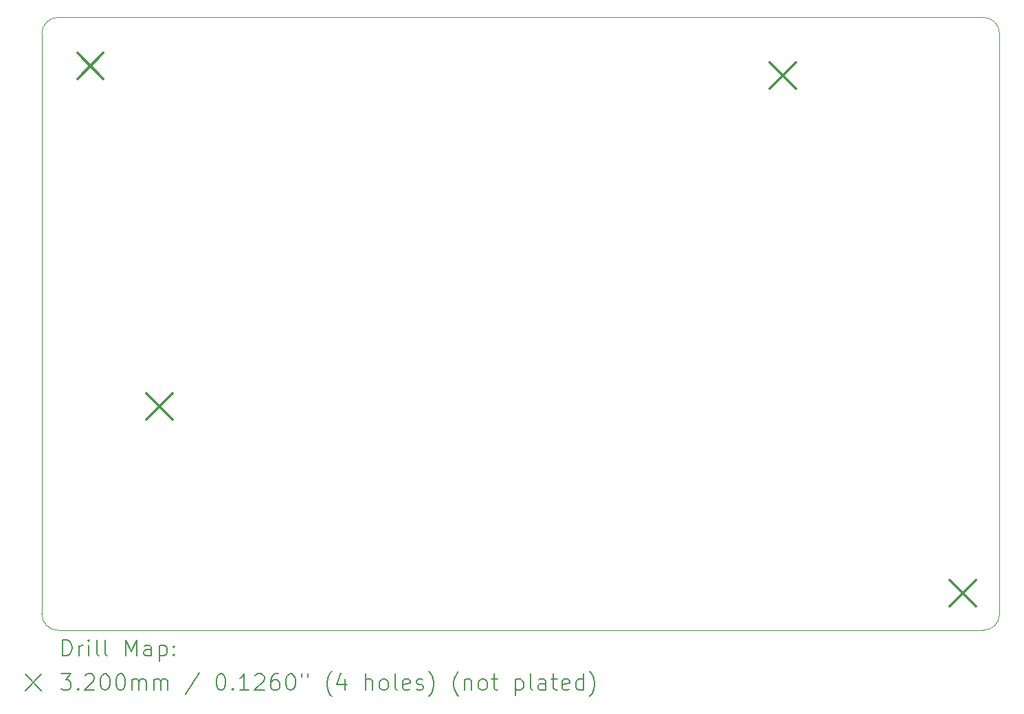
<source format=gbr>
%TF.GenerationSoftware,KiCad,Pcbnew,7.0.10*%
%TF.CreationDate,2024-01-18T23:13:20-08:00*%
%TF.ProjectId,r2dtf dev board rev 1,72326474-6620-4646-9576-20626f617264,rev?*%
%TF.SameCoordinates,Original*%
%TF.FileFunction,Drillmap*%
%TF.FilePolarity,Positive*%
%FSLAX45Y45*%
G04 Gerber Fmt 4.5, Leading zero omitted, Abs format (unit mm)*
G04 Created by KiCad (PCBNEW 7.0.10) date 2024-01-18 23:13:20*
%MOMM*%
%LPD*%
G01*
G04 APERTURE LIST*
%ADD10C,0.100000*%
%ADD11C,0.200000*%
%ADD12C,0.320000*%
G04 APERTURE END LIST*
D10*
X17000000Y-6200000D02*
G75*
G03*
X16800000Y-6000000I-200000J0D01*
G01*
X5401421Y-6000001D02*
G75*
G03*
X5201421Y-6200000I-1J-199999D01*
G01*
X16800000Y-6000000D02*
X5401421Y-6000000D01*
X5401421Y-13558579D02*
X16800000Y-13558579D01*
X17000000Y-13358579D02*
X17000000Y-6200000D01*
X5201421Y-13358579D02*
G75*
G03*
X5401421Y-13558579I199999J-1D01*
G01*
X5201421Y-6200000D02*
X5201421Y-13358579D01*
X16800000Y-13558580D02*
G75*
G03*
X17000000Y-13358579I0J200000D01*
G01*
D11*
D12*
X5640000Y-6440000D02*
X5960000Y-6760000D01*
X5960000Y-6440000D02*
X5640000Y-6760000D01*
X6490000Y-10640000D02*
X6810000Y-10960000D01*
X6810000Y-10640000D02*
X6490000Y-10960000D01*
X14170000Y-6560000D02*
X14490000Y-6880000D01*
X14490000Y-6560000D02*
X14170000Y-6880000D01*
X16390000Y-12940000D02*
X16710000Y-13260000D01*
X16710000Y-12940000D02*
X16390000Y-13260000D01*
D11*
X5457198Y-13875062D02*
X5457198Y-13675062D01*
X5457198Y-13675062D02*
X5504817Y-13675062D01*
X5504817Y-13675062D02*
X5533389Y-13684586D01*
X5533389Y-13684586D02*
X5552436Y-13703634D01*
X5552436Y-13703634D02*
X5561960Y-13722681D01*
X5561960Y-13722681D02*
X5571484Y-13760777D01*
X5571484Y-13760777D02*
X5571484Y-13789348D01*
X5571484Y-13789348D02*
X5561960Y-13827443D01*
X5561960Y-13827443D02*
X5552436Y-13846491D01*
X5552436Y-13846491D02*
X5533389Y-13865539D01*
X5533389Y-13865539D02*
X5504817Y-13875062D01*
X5504817Y-13875062D02*
X5457198Y-13875062D01*
X5657198Y-13875062D02*
X5657198Y-13741729D01*
X5657198Y-13779824D02*
X5666722Y-13760777D01*
X5666722Y-13760777D02*
X5676246Y-13751253D01*
X5676246Y-13751253D02*
X5695293Y-13741729D01*
X5695293Y-13741729D02*
X5714341Y-13741729D01*
X5781008Y-13875062D02*
X5781008Y-13741729D01*
X5781008Y-13675062D02*
X5771484Y-13684586D01*
X5771484Y-13684586D02*
X5781008Y-13694110D01*
X5781008Y-13694110D02*
X5790531Y-13684586D01*
X5790531Y-13684586D02*
X5781008Y-13675062D01*
X5781008Y-13675062D02*
X5781008Y-13694110D01*
X5904817Y-13875062D02*
X5885770Y-13865539D01*
X5885770Y-13865539D02*
X5876246Y-13846491D01*
X5876246Y-13846491D02*
X5876246Y-13675062D01*
X6009579Y-13875062D02*
X5990531Y-13865539D01*
X5990531Y-13865539D02*
X5981008Y-13846491D01*
X5981008Y-13846491D02*
X5981008Y-13675062D01*
X6238151Y-13875062D02*
X6238151Y-13675062D01*
X6238151Y-13675062D02*
X6304817Y-13817919D01*
X6304817Y-13817919D02*
X6371484Y-13675062D01*
X6371484Y-13675062D02*
X6371484Y-13875062D01*
X6552436Y-13875062D02*
X6552436Y-13770300D01*
X6552436Y-13770300D02*
X6542912Y-13751253D01*
X6542912Y-13751253D02*
X6523865Y-13741729D01*
X6523865Y-13741729D02*
X6485770Y-13741729D01*
X6485770Y-13741729D02*
X6466722Y-13751253D01*
X6552436Y-13865539D02*
X6533389Y-13875062D01*
X6533389Y-13875062D02*
X6485770Y-13875062D01*
X6485770Y-13875062D02*
X6466722Y-13865539D01*
X6466722Y-13865539D02*
X6457198Y-13846491D01*
X6457198Y-13846491D02*
X6457198Y-13827443D01*
X6457198Y-13827443D02*
X6466722Y-13808396D01*
X6466722Y-13808396D02*
X6485770Y-13798872D01*
X6485770Y-13798872D02*
X6533389Y-13798872D01*
X6533389Y-13798872D02*
X6552436Y-13789348D01*
X6647674Y-13741729D02*
X6647674Y-13941729D01*
X6647674Y-13751253D02*
X6666722Y-13741729D01*
X6666722Y-13741729D02*
X6704817Y-13741729D01*
X6704817Y-13741729D02*
X6723865Y-13751253D01*
X6723865Y-13751253D02*
X6733389Y-13760777D01*
X6733389Y-13760777D02*
X6742912Y-13779824D01*
X6742912Y-13779824D02*
X6742912Y-13836967D01*
X6742912Y-13836967D02*
X6733389Y-13856015D01*
X6733389Y-13856015D02*
X6723865Y-13865539D01*
X6723865Y-13865539D02*
X6704817Y-13875062D01*
X6704817Y-13875062D02*
X6666722Y-13875062D01*
X6666722Y-13875062D02*
X6647674Y-13865539D01*
X6828627Y-13856015D02*
X6838151Y-13865539D01*
X6838151Y-13865539D02*
X6828627Y-13875062D01*
X6828627Y-13875062D02*
X6819103Y-13865539D01*
X6819103Y-13865539D02*
X6828627Y-13856015D01*
X6828627Y-13856015D02*
X6828627Y-13875062D01*
X6828627Y-13751253D02*
X6838151Y-13760777D01*
X6838151Y-13760777D02*
X6828627Y-13770300D01*
X6828627Y-13770300D02*
X6819103Y-13760777D01*
X6819103Y-13760777D02*
X6828627Y-13751253D01*
X6828627Y-13751253D02*
X6828627Y-13770300D01*
X4996421Y-14103579D02*
X5196421Y-14303579D01*
X5196421Y-14103579D02*
X4996421Y-14303579D01*
X5438151Y-14095062D02*
X5561960Y-14095062D01*
X5561960Y-14095062D02*
X5495293Y-14171253D01*
X5495293Y-14171253D02*
X5523865Y-14171253D01*
X5523865Y-14171253D02*
X5542913Y-14180777D01*
X5542913Y-14180777D02*
X5552436Y-14190300D01*
X5552436Y-14190300D02*
X5561960Y-14209348D01*
X5561960Y-14209348D02*
X5561960Y-14256967D01*
X5561960Y-14256967D02*
X5552436Y-14276015D01*
X5552436Y-14276015D02*
X5542913Y-14285539D01*
X5542913Y-14285539D02*
X5523865Y-14295062D01*
X5523865Y-14295062D02*
X5466722Y-14295062D01*
X5466722Y-14295062D02*
X5447674Y-14285539D01*
X5447674Y-14285539D02*
X5438151Y-14276015D01*
X5647674Y-14276015D02*
X5657198Y-14285539D01*
X5657198Y-14285539D02*
X5647674Y-14295062D01*
X5647674Y-14295062D02*
X5638151Y-14285539D01*
X5638151Y-14285539D02*
X5647674Y-14276015D01*
X5647674Y-14276015D02*
X5647674Y-14295062D01*
X5733389Y-14114110D02*
X5742912Y-14104586D01*
X5742912Y-14104586D02*
X5761960Y-14095062D01*
X5761960Y-14095062D02*
X5809579Y-14095062D01*
X5809579Y-14095062D02*
X5828627Y-14104586D01*
X5828627Y-14104586D02*
X5838151Y-14114110D01*
X5838151Y-14114110D02*
X5847674Y-14133158D01*
X5847674Y-14133158D02*
X5847674Y-14152205D01*
X5847674Y-14152205D02*
X5838151Y-14180777D01*
X5838151Y-14180777D02*
X5723865Y-14295062D01*
X5723865Y-14295062D02*
X5847674Y-14295062D01*
X5971484Y-14095062D02*
X5990532Y-14095062D01*
X5990532Y-14095062D02*
X6009579Y-14104586D01*
X6009579Y-14104586D02*
X6019103Y-14114110D01*
X6019103Y-14114110D02*
X6028627Y-14133158D01*
X6028627Y-14133158D02*
X6038151Y-14171253D01*
X6038151Y-14171253D02*
X6038151Y-14218872D01*
X6038151Y-14218872D02*
X6028627Y-14256967D01*
X6028627Y-14256967D02*
X6019103Y-14276015D01*
X6019103Y-14276015D02*
X6009579Y-14285539D01*
X6009579Y-14285539D02*
X5990532Y-14295062D01*
X5990532Y-14295062D02*
X5971484Y-14295062D01*
X5971484Y-14295062D02*
X5952436Y-14285539D01*
X5952436Y-14285539D02*
X5942912Y-14276015D01*
X5942912Y-14276015D02*
X5933389Y-14256967D01*
X5933389Y-14256967D02*
X5923865Y-14218872D01*
X5923865Y-14218872D02*
X5923865Y-14171253D01*
X5923865Y-14171253D02*
X5933389Y-14133158D01*
X5933389Y-14133158D02*
X5942912Y-14114110D01*
X5942912Y-14114110D02*
X5952436Y-14104586D01*
X5952436Y-14104586D02*
X5971484Y-14095062D01*
X6161960Y-14095062D02*
X6181008Y-14095062D01*
X6181008Y-14095062D02*
X6200055Y-14104586D01*
X6200055Y-14104586D02*
X6209579Y-14114110D01*
X6209579Y-14114110D02*
X6219103Y-14133158D01*
X6219103Y-14133158D02*
X6228627Y-14171253D01*
X6228627Y-14171253D02*
X6228627Y-14218872D01*
X6228627Y-14218872D02*
X6219103Y-14256967D01*
X6219103Y-14256967D02*
X6209579Y-14276015D01*
X6209579Y-14276015D02*
X6200055Y-14285539D01*
X6200055Y-14285539D02*
X6181008Y-14295062D01*
X6181008Y-14295062D02*
X6161960Y-14295062D01*
X6161960Y-14295062D02*
X6142912Y-14285539D01*
X6142912Y-14285539D02*
X6133389Y-14276015D01*
X6133389Y-14276015D02*
X6123865Y-14256967D01*
X6123865Y-14256967D02*
X6114341Y-14218872D01*
X6114341Y-14218872D02*
X6114341Y-14171253D01*
X6114341Y-14171253D02*
X6123865Y-14133158D01*
X6123865Y-14133158D02*
X6133389Y-14114110D01*
X6133389Y-14114110D02*
X6142912Y-14104586D01*
X6142912Y-14104586D02*
X6161960Y-14095062D01*
X6314341Y-14295062D02*
X6314341Y-14161729D01*
X6314341Y-14180777D02*
X6323865Y-14171253D01*
X6323865Y-14171253D02*
X6342912Y-14161729D01*
X6342912Y-14161729D02*
X6371484Y-14161729D01*
X6371484Y-14161729D02*
X6390532Y-14171253D01*
X6390532Y-14171253D02*
X6400055Y-14190300D01*
X6400055Y-14190300D02*
X6400055Y-14295062D01*
X6400055Y-14190300D02*
X6409579Y-14171253D01*
X6409579Y-14171253D02*
X6428627Y-14161729D01*
X6428627Y-14161729D02*
X6457198Y-14161729D01*
X6457198Y-14161729D02*
X6476246Y-14171253D01*
X6476246Y-14171253D02*
X6485770Y-14190300D01*
X6485770Y-14190300D02*
X6485770Y-14295062D01*
X6581008Y-14295062D02*
X6581008Y-14161729D01*
X6581008Y-14180777D02*
X6590532Y-14171253D01*
X6590532Y-14171253D02*
X6609579Y-14161729D01*
X6609579Y-14161729D02*
X6638151Y-14161729D01*
X6638151Y-14161729D02*
X6657198Y-14171253D01*
X6657198Y-14171253D02*
X6666722Y-14190300D01*
X6666722Y-14190300D02*
X6666722Y-14295062D01*
X6666722Y-14190300D02*
X6676246Y-14171253D01*
X6676246Y-14171253D02*
X6695293Y-14161729D01*
X6695293Y-14161729D02*
X6723865Y-14161729D01*
X6723865Y-14161729D02*
X6742913Y-14171253D01*
X6742913Y-14171253D02*
X6752436Y-14190300D01*
X6752436Y-14190300D02*
X6752436Y-14295062D01*
X7142913Y-14085539D02*
X6971484Y-14342681D01*
X7400055Y-14095062D02*
X7419103Y-14095062D01*
X7419103Y-14095062D02*
X7438151Y-14104586D01*
X7438151Y-14104586D02*
X7447675Y-14114110D01*
X7447675Y-14114110D02*
X7457198Y-14133158D01*
X7457198Y-14133158D02*
X7466722Y-14171253D01*
X7466722Y-14171253D02*
X7466722Y-14218872D01*
X7466722Y-14218872D02*
X7457198Y-14256967D01*
X7457198Y-14256967D02*
X7447675Y-14276015D01*
X7447675Y-14276015D02*
X7438151Y-14285539D01*
X7438151Y-14285539D02*
X7419103Y-14295062D01*
X7419103Y-14295062D02*
X7400055Y-14295062D01*
X7400055Y-14295062D02*
X7381008Y-14285539D01*
X7381008Y-14285539D02*
X7371484Y-14276015D01*
X7371484Y-14276015D02*
X7361960Y-14256967D01*
X7361960Y-14256967D02*
X7352436Y-14218872D01*
X7352436Y-14218872D02*
X7352436Y-14171253D01*
X7352436Y-14171253D02*
X7361960Y-14133158D01*
X7361960Y-14133158D02*
X7371484Y-14114110D01*
X7371484Y-14114110D02*
X7381008Y-14104586D01*
X7381008Y-14104586D02*
X7400055Y-14095062D01*
X7552436Y-14276015D02*
X7561960Y-14285539D01*
X7561960Y-14285539D02*
X7552436Y-14295062D01*
X7552436Y-14295062D02*
X7542913Y-14285539D01*
X7542913Y-14285539D02*
X7552436Y-14276015D01*
X7552436Y-14276015D02*
X7552436Y-14295062D01*
X7752436Y-14295062D02*
X7638151Y-14295062D01*
X7695294Y-14295062D02*
X7695294Y-14095062D01*
X7695294Y-14095062D02*
X7676246Y-14123634D01*
X7676246Y-14123634D02*
X7657198Y-14142681D01*
X7657198Y-14142681D02*
X7638151Y-14152205D01*
X7828627Y-14114110D02*
X7838151Y-14104586D01*
X7838151Y-14104586D02*
X7857198Y-14095062D01*
X7857198Y-14095062D02*
X7904817Y-14095062D01*
X7904817Y-14095062D02*
X7923865Y-14104586D01*
X7923865Y-14104586D02*
X7933389Y-14114110D01*
X7933389Y-14114110D02*
X7942913Y-14133158D01*
X7942913Y-14133158D02*
X7942913Y-14152205D01*
X7942913Y-14152205D02*
X7933389Y-14180777D01*
X7933389Y-14180777D02*
X7819103Y-14295062D01*
X7819103Y-14295062D02*
X7942913Y-14295062D01*
X8114341Y-14095062D02*
X8076246Y-14095062D01*
X8076246Y-14095062D02*
X8057198Y-14104586D01*
X8057198Y-14104586D02*
X8047675Y-14114110D01*
X8047675Y-14114110D02*
X8028627Y-14142681D01*
X8028627Y-14142681D02*
X8019103Y-14180777D01*
X8019103Y-14180777D02*
X8019103Y-14256967D01*
X8019103Y-14256967D02*
X8028627Y-14276015D01*
X8028627Y-14276015D02*
X8038151Y-14285539D01*
X8038151Y-14285539D02*
X8057198Y-14295062D01*
X8057198Y-14295062D02*
X8095294Y-14295062D01*
X8095294Y-14295062D02*
X8114341Y-14285539D01*
X8114341Y-14285539D02*
X8123865Y-14276015D01*
X8123865Y-14276015D02*
X8133389Y-14256967D01*
X8133389Y-14256967D02*
X8133389Y-14209348D01*
X8133389Y-14209348D02*
X8123865Y-14190300D01*
X8123865Y-14190300D02*
X8114341Y-14180777D01*
X8114341Y-14180777D02*
X8095294Y-14171253D01*
X8095294Y-14171253D02*
X8057198Y-14171253D01*
X8057198Y-14171253D02*
X8038151Y-14180777D01*
X8038151Y-14180777D02*
X8028627Y-14190300D01*
X8028627Y-14190300D02*
X8019103Y-14209348D01*
X8257198Y-14095062D02*
X8276246Y-14095062D01*
X8276246Y-14095062D02*
X8295294Y-14104586D01*
X8295294Y-14104586D02*
X8304817Y-14114110D01*
X8304817Y-14114110D02*
X8314341Y-14133158D01*
X8314341Y-14133158D02*
X8323865Y-14171253D01*
X8323865Y-14171253D02*
X8323865Y-14218872D01*
X8323865Y-14218872D02*
X8314341Y-14256967D01*
X8314341Y-14256967D02*
X8304817Y-14276015D01*
X8304817Y-14276015D02*
X8295294Y-14285539D01*
X8295294Y-14285539D02*
X8276246Y-14295062D01*
X8276246Y-14295062D02*
X8257198Y-14295062D01*
X8257198Y-14295062D02*
X8238151Y-14285539D01*
X8238151Y-14285539D02*
X8228627Y-14276015D01*
X8228627Y-14276015D02*
X8219103Y-14256967D01*
X8219103Y-14256967D02*
X8209579Y-14218872D01*
X8209579Y-14218872D02*
X8209579Y-14171253D01*
X8209579Y-14171253D02*
X8219103Y-14133158D01*
X8219103Y-14133158D02*
X8228627Y-14114110D01*
X8228627Y-14114110D02*
X8238151Y-14104586D01*
X8238151Y-14104586D02*
X8257198Y-14095062D01*
X8400056Y-14095062D02*
X8400056Y-14133158D01*
X8476246Y-14095062D02*
X8476246Y-14133158D01*
X8771484Y-14371253D02*
X8761960Y-14361729D01*
X8761960Y-14361729D02*
X8742913Y-14333158D01*
X8742913Y-14333158D02*
X8733389Y-14314110D01*
X8733389Y-14314110D02*
X8723865Y-14285539D01*
X8723865Y-14285539D02*
X8714341Y-14237919D01*
X8714341Y-14237919D02*
X8714341Y-14199824D01*
X8714341Y-14199824D02*
X8723865Y-14152205D01*
X8723865Y-14152205D02*
X8733389Y-14123634D01*
X8733389Y-14123634D02*
X8742913Y-14104586D01*
X8742913Y-14104586D02*
X8761960Y-14076015D01*
X8761960Y-14076015D02*
X8771484Y-14066491D01*
X8933389Y-14161729D02*
X8933389Y-14295062D01*
X8885770Y-14085539D02*
X8838151Y-14228396D01*
X8838151Y-14228396D02*
X8961960Y-14228396D01*
X9190532Y-14295062D02*
X9190532Y-14095062D01*
X9276246Y-14295062D02*
X9276246Y-14190300D01*
X9276246Y-14190300D02*
X9266722Y-14171253D01*
X9266722Y-14171253D02*
X9247675Y-14161729D01*
X9247675Y-14161729D02*
X9219103Y-14161729D01*
X9219103Y-14161729D02*
X9200056Y-14171253D01*
X9200056Y-14171253D02*
X9190532Y-14180777D01*
X9400056Y-14295062D02*
X9381008Y-14285539D01*
X9381008Y-14285539D02*
X9371484Y-14276015D01*
X9371484Y-14276015D02*
X9361961Y-14256967D01*
X9361961Y-14256967D02*
X9361961Y-14199824D01*
X9361961Y-14199824D02*
X9371484Y-14180777D01*
X9371484Y-14180777D02*
X9381008Y-14171253D01*
X9381008Y-14171253D02*
X9400056Y-14161729D01*
X9400056Y-14161729D02*
X9428627Y-14161729D01*
X9428627Y-14161729D02*
X9447675Y-14171253D01*
X9447675Y-14171253D02*
X9457199Y-14180777D01*
X9457199Y-14180777D02*
X9466722Y-14199824D01*
X9466722Y-14199824D02*
X9466722Y-14256967D01*
X9466722Y-14256967D02*
X9457199Y-14276015D01*
X9457199Y-14276015D02*
X9447675Y-14285539D01*
X9447675Y-14285539D02*
X9428627Y-14295062D01*
X9428627Y-14295062D02*
X9400056Y-14295062D01*
X9581008Y-14295062D02*
X9561961Y-14285539D01*
X9561961Y-14285539D02*
X9552437Y-14266491D01*
X9552437Y-14266491D02*
X9552437Y-14095062D01*
X9733389Y-14285539D02*
X9714342Y-14295062D01*
X9714342Y-14295062D02*
X9676246Y-14295062D01*
X9676246Y-14295062D02*
X9657199Y-14285539D01*
X9657199Y-14285539D02*
X9647675Y-14266491D01*
X9647675Y-14266491D02*
X9647675Y-14190300D01*
X9647675Y-14190300D02*
X9657199Y-14171253D01*
X9657199Y-14171253D02*
X9676246Y-14161729D01*
X9676246Y-14161729D02*
X9714342Y-14161729D01*
X9714342Y-14161729D02*
X9733389Y-14171253D01*
X9733389Y-14171253D02*
X9742913Y-14190300D01*
X9742913Y-14190300D02*
X9742913Y-14209348D01*
X9742913Y-14209348D02*
X9647675Y-14228396D01*
X9819103Y-14285539D02*
X9838151Y-14295062D01*
X9838151Y-14295062D02*
X9876246Y-14295062D01*
X9876246Y-14295062D02*
X9895294Y-14285539D01*
X9895294Y-14285539D02*
X9904818Y-14266491D01*
X9904818Y-14266491D02*
X9904818Y-14256967D01*
X9904818Y-14256967D02*
X9895294Y-14237919D01*
X9895294Y-14237919D02*
X9876246Y-14228396D01*
X9876246Y-14228396D02*
X9847675Y-14228396D01*
X9847675Y-14228396D02*
X9828627Y-14218872D01*
X9828627Y-14218872D02*
X9819103Y-14199824D01*
X9819103Y-14199824D02*
X9819103Y-14190300D01*
X9819103Y-14190300D02*
X9828627Y-14171253D01*
X9828627Y-14171253D02*
X9847675Y-14161729D01*
X9847675Y-14161729D02*
X9876246Y-14161729D01*
X9876246Y-14161729D02*
X9895294Y-14171253D01*
X9971484Y-14371253D02*
X9981008Y-14361729D01*
X9981008Y-14361729D02*
X10000056Y-14333158D01*
X10000056Y-14333158D02*
X10009580Y-14314110D01*
X10009580Y-14314110D02*
X10019103Y-14285539D01*
X10019103Y-14285539D02*
X10028627Y-14237919D01*
X10028627Y-14237919D02*
X10028627Y-14199824D01*
X10028627Y-14199824D02*
X10019103Y-14152205D01*
X10019103Y-14152205D02*
X10009580Y-14123634D01*
X10009580Y-14123634D02*
X10000056Y-14104586D01*
X10000056Y-14104586D02*
X9981008Y-14076015D01*
X9981008Y-14076015D02*
X9971484Y-14066491D01*
X10333389Y-14371253D02*
X10323865Y-14361729D01*
X10323865Y-14361729D02*
X10304818Y-14333158D01*
X10304818Y-14333158D02*
X10295294Y-14314110D01*
X10295294Y-14314110D02*
X10285770Y-14285539D01*
X10285770Y-14285539D02*
X10276246Y-14237919D01*
X10276246Y-14237919D02*
X10276246Y-14199824D01*
X10276246Y-14199824D02*
X10285770Y-14152205D01*
X10285770Y-14152205D02*
X10295294Y-14123634D01*
X10295294Y-14123634D02*
X10304818Y-14104586D01*
X10304818Y-14104586D02*
X10323865Y-14076015D01*
X10323865Y-14076015D02*
X10333389Y-14066491D01*
X10409580Y-14161729D02*
X10409580Y-14295062D01*
X10409580Y-14180777D02*
X10419103Y-14171253D01*
X10419103Y-14171253D02*
X10438151Y-14161729D01*
X10438151Y-14161729D02*
X10466723Y-14161729D01*
X10466723Y-14161729D02*
X10485770Y-14171253D01*
X10485770Y-14171253D02*
X10495294Y-14190300D01*
X10495294Y-14190300D02*
X10495294Y-14295062D01*
X10619103Y-14295062D02*
X10600056Y-14285539D01*
X10600056Y-14285539D02*
X10590532Y-14276015D01*
X10590532Y-14276015D02*
X10581008Y-14256967D01*
X10581008Y-14256967D02*
X10581008Y-14199824D01*
X10581008Y-14199824D02*
X10590532Y-14180777D01*
X10590532Y-14180777D02*
X10600056Y-14171253D01*
X10600056Y-14171253D02*
X10619103Y-14161729D01*
X10619103Y-14161729D02*
X10647675Y-14161729D01*
X10647675Y-14161729D02*
X10666723Y-14171253D01*
X10666723Y-14171253D02*
X10676246Y-14180777D01*
X10676246Y-14180777D02*
X10685770Y-14199824D01*
X10685770Y-14199824D02*
X10685770Y-14256967D01*
X10685770Y-14256967D02*
X10676246Y-14276015D01*
X10676246Y-14276015D02*
X10666723Y-14285539D01*
X10666723Y-14285539D02*
X10647675Y-14295062D01*
X10647675Y-14295062D02*
X10619103Y-14295062D01*
X10742913Y-14161729D02*
X10819103Y-14161729D01*
X10771484Y-14095062D02*
X10771484Y-14266491D01*
X10771484Y-14266491D02*
X10781008Y-14285539D01*
X10781008Y-14285539D02*
X10800056Y-14295062D01*
X10800056Y-14295062D02*
X10819103Y-14295062D01*
X11038151Y-14161729D02*
X11038151Y-14361729D01*
X11038151Y-14171253D02*
X11057199Y-14161729D01*
X11057199Y-14161729D02*
X11095294Y-14161729D01*
X11095294Y-14161729D02*
X11114342Y-14171253D01*
X11114342Y-14171253D02*
X11123865Y-14180777D01*
X11123865Y-14180777D02*
X11133389Y-14199824D01*
X11133389Y-14199824D02*
X11133389Y-14256967D01*
X11133389Y-14256967D02*
X11123865Y-14276015D01*
X11123865Y-14276015D02*
X11114342Y-14285539D01*
X11114342Y-14285539D02*
X11095294Y-14295062D01*
X11095294Y-14295062D02*
X11057199Y-14295062D01*
X11057199Y-14295062D02*
X11038151Y-14285539D01*
X11247675Y-14295062D02*
X11228627Y-14285539D01*
X11228627Y-14285539D02*
X11219103Y-14266491D01*
X11219103Y-14266491D02*
X11219103Y-14095062D01*
X11409580Y-14295062D02*
X11409580Y-14190300D01*
X11409580Y-14190300D02*
X11400056Y-14171253D01*
X11400056Y-14171253D02*
X11381008Y-14161729D01*
X11381008Y-14161729D02*
X11342913Y-14161729D01*
X11342913Y-14161729D02*
X11323865Y-14171253D01*
X11409580Y-14285539D02*
X11390532Y-14295062D01*
X11390532Y-14295062D02*
X11342913Y-14295062D01*
X11342913Y-14295062D02*
X11323865Y-14285539D01*
X11323865Y-14285539D02*
X11314342Y-14266491D01*
X11314342Y-14266491D02*
X11314342Y-14247443D01*
X11314342Y-14247443D02*
X11323865Y-14228396D01*
X11323865Y-14228396D02*
X11342913Y-14218872D01*
X11342913Y-14218872D02*
X11390532Y-14218872D01*
X11390532Y-14218872D02*
X11409580Y-14209348D01*
X11476246Y-14161729D02*
X11552437Y-14161729D01*
X11504818Y-14095062D02*
X11504818Y-14266491D01*
X11504818Y-14266491D02*
X11514342Y-14285539D01*
X11514342Y-14285539D02*
X11533389Y-14295062D01*
X11533389Y-14295062D02*
X11552437Y-14295062D01*
X11695294Y-14285539D02*
X11676246Y-14295062D01*
X11676246Y-14295062D02*
X11638151Y-14295062D01*
X11638151Y-14295062D02*
X11619103Y-14285539D01*
X11619103Y-14285539D02*
X11609580Y-14266491D01*
X11609580Y-14266491D02*
X11609580Y-14190300D01*
X11609580Y-14190300D02*
X11619103Y-14171253D01*
X11619103Y-14171253D02*
X11638151Y-14161729D01*
X11638151Y-14161729D02*
X11676246Y-14161729D01*
X11676246Y-14161729D02*
X11695294Y-14171253D01*
X11695294Y-14171253D02*
X11704818Y-14190300D01*
X11704818Y-14190300D02*
X11704818Y-14209348D01*
X11704818Y-14209348D02*
X11609580Y-14228396D01*
X11876246Y-14295062D02*
X11876246Y-14095062D01*
X11876246Y-14285539D02*
X11857199Y-14295062D01*
X11857199Y-14295062D02*
X11819103Y-14295062D01*
X11819103Y-14295062D02*
X11800056Y-14285539D01*
X11800056Y-14285539D02*
X11790532Y-14276015D01*
X11790532Y-14276015D02*
X11781008Y-14256967D01*
X11781008Y-14256967D02*
X11781008Y-14199824D01*
X11781008Y-14199824D02*
X11790532Y-14180777D01*
X11790532Y-14180777D02*
X11800056Y-14171253D01*
X11800056Y-14171253D02*
X11819103Y-14161729D01*
X11819103Y-14161729D02*
X11857199Y-14161729D01*
X11857199Y-14161729D02*
X11876246Y-14171253D01*
X11952437Y-14371253D02*
X11961961Y-14361729D01*
X11961961Y-14361729D02*
X11981008Y-14333158D01*
X11981008Y-14333158D02*
X11990532Y-14314110D01*
X11990532Y-14314110D02*
X12000056Y-14285539D01*
X12000056Y-14285539D02*
X12009580Y-14237919D01*
X12009580Y-14237919D02*
X12009580Y-14199824D01*
X12009580Y-14199824D02*
X12000056Y-14152205D01*
X12000056Y-14152205D02*
X11990532Y-14123634D01*
X11990532Y-14123634D02*
X11981008Y-14104586D01*
X11981008Y-14104586D02*
X11961961Y-14076015D01*
X11961961Y-14076015D02*
X11952437Y-14066491D01*
M02*

</source>
